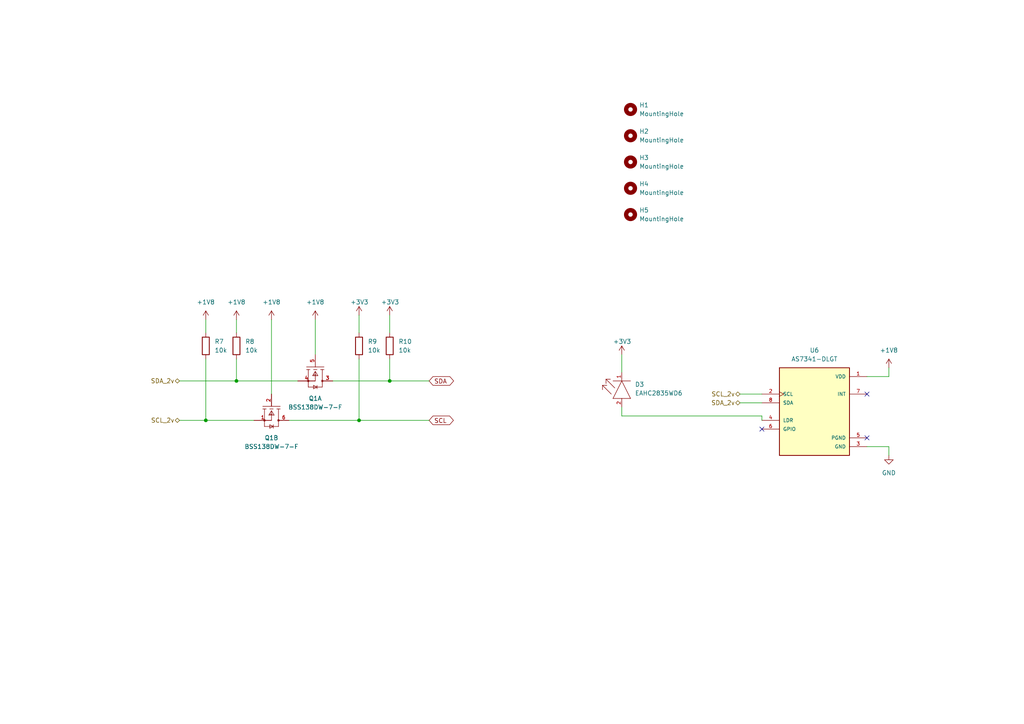
<source format=kicad_sch>
(kicad_sch (version 20211123) (generator eeschema)
  (paper "A4")
  (title_block (title "Development Board") (date "2022-03-15") (rev "ADE-3.1") (company "Plastic Scanner"))
  (lib_symbols
    (symbol "AS7341-DLGT:AS7341-DLGT" (pin_names (offset 1.016))
      (property "Reference" "U" (at -10.16 13.97 0))
      (property "Value" "AS7341-DLGT" (at -10.16 -15.24 0))
      (symbol "AS7341-DLGT_0_0"
        (rectangle (start -10.16 -12.7) (end 10.16 12.7) (stroke (width 0.254)) (fill (type background)))
        (pin power_in line (at 15.24 10.16 180) (length 5.08) (name "VDD") (number "1"))
        (pin input clock (at -15.24 5.08 0) (length 5.08) (name "SCL") (number "2"))
        (pin power_in line (at 15.24 -10.16 180) (length 5.08) (name "GND") (number "3"))
        (pin input line (at -15.24 -2.54 0) (length 5.08) (name "LDR") (number "4"))
        (pin power_in line (at 15.24 -7.62 180) (length 5.08) (name "PGND") (number "5"))
        (pin bidirectional line (at -15.24 -5.08 0) (length 5.08) (name "GPIO") (number "6"))
        (pin output line (at 15.24 5.08 180) (length 5.08) (name "INT") (number "7"))
        (pin bidirectional line (at -15.24 2.54 0) (length 5.08) (name "SDA") (number "8"))
      )
    )
    (symbol "Device:R" (pin_numbers hide) (pin_names (offset 0))
      (property "Reference" "R" (at 2.032 0 90))
      (property "Value" "R" (at 0 0 90))
      (symbol "R_0_1"
        (rectangle (start -1.016 -2.54) (end 1.016 2.54) (stroke (width 0.254)))
      )
      (symbol "R_1_1"
        (pin passive line (at 0 3.81 270) (length 1.27) (name "~") (number "1"))
        (pin passive line (at 0 -3.81 90) (length 1.27) (name "~") (number "2"))
      )
    )
    (symbol "Diodes_Inc._-_BSS138DW-7-F:BSS138DW-7-F" (pin_names (offset 1.016))
      (property "Reference" "Q" (at 0 7.62 0))
      (property "Value" "BSS138DW-7-F" (at 0 10.16 0))
      (symbol "BSS138DW-7-F_1_1"
        (polyline (pts (xy 6.096 -2.54) (xy 6.096 2.54)))
        (polyline (pts (xy 6.858 -2.032) (xy 10.16 -2.032)))
        (polyline (pts (xy 6.858 -1.524) (xy 6.858 -2.54)))
        (polyline (pts (xy 6.858 0.508) (xy 6.858 -0.508)))
        (polyline (pts (xy 6.858 1.524) (xy 6.858 2.54)))
        (polyline (pts (xy 6.858 2.032) (xy 10.16 2.032)))
        (polyline (pts (xy 7.366 0) (xy 8.636 -0.762)))
        (polyline (pts (xy 7.366 0) (xy 8.636 0.762)))
        (polyline (pts (xy 7.62 0) (xy 10.16 0)))
        (polyline (pts (xy 8.382 0.254) (xy 8.382 -0.508)))
        (polyline (pts (xy 8.636 0.762) (xy 8.636 -0.762)))
        (polyline (pts (xy 10.16 -2.032) (xy 11.938 -2.032)))
        (polyline (pts (xy 11.43 -0.508) (xy 12.446 -0.508)))
        (polyline (pts (xy 11.938 -2.032) (xy 11.938 2.032)))
        (polyline (pts (xy 11.938 0.508) (xy 11.43 -0.508)))
        (polyline (pts (xy 11.938 0.508) (xy 11.43 0.508)))
        (polyline (pts (xy 11.938 0.508) (xy 12.446 0.508)))
        (polyline (pts (xy 11.938 2.032) (xy 10.16 2.032)))
        (polyline (pts (xy 12.446 -0.508) (xy 11.938 0.508)))
        (circle (center 10.16 -2.032) (radius 0.254))
        (circle (center 10.16 2.032) (radius 0.254))
        (pin passive line (at 10.16 5.08 270) (length 3.048) (name "D1") (number "3"))
        (pin passive line (at 10.16 -5.08 90) (length 5.08) (name "S1") (number "4"))
        (pin passive line (at 2.54 0 0) (length 3.556) (name "G1") (number "5"))
      )
      (symbol "BSS138DW-7-F_2_1"
        (polyline (pts (xy 6.096 -2.54) (xy 6.096 2.54)))
        (polyline (pts (xy 6.858 -2.032) (xy 10.16 -2.032)))
        (polyline (pts (xy 6.858 -1.524) (xy 6.858 -2.54)))
        (polyline (pts (xy 6.858 0.508) (xy 6.858 -0.508)))
        (polyline (pts (xy 6.858 1.524) (xy 6.858 2.54)))
        (polyline (pts (xy 6.858 2.032) (xy 10.16 2.032)))
        (polyline (pts (xy 7.366 0) (xy 8.636 -0.762)))
        (polyline (pts (xy 7.366 0) (xy 8.636 0.762)))
        (polyline (pts (xy 7.62 0) (xy 10.16 0)))
        (polyline (pts (xy 8.382 0.254) (xy 8.382 -0.508)))
        (polyline (pts (xy 8.636 0.762) (xy 8.636 -0.762)))
        (polyline (pts (xy 10.16 -2.032) (xy 11.938 -2.032)))
        (polyline (pts (xy 11.43 -0.508) (xy 12.446 -0.508)))
        (polyline (pts (xy 11.938 -2.032) (xy 11.938 2.032)))
        (polyline (pts (xy 11.938 0.508) (xy 11.43 -0.508)))
        (polyline (pts (xy 11.938 0.508) (xy 11.43 0.508)))
        (polyline (pts (xy 11.938 0.508) (xy 12.446 0.508)))
        (polyline (pts (xy 11.938 2.032) (xy 10.16 2.032)))
        (polyline (pts (xy 12.446 -0.508) (xy 11.938 0.508)))
        (circle (center 10.16 -2.032) (radius 0.254))
        (circle (center 10.16 2.032) (radius 0.254))
        (pin passive line (at 10.16 -5.08 90) (length 5.08) (name "S2") (number "1"))
        (pin passive line (at 2.54 0 0) (length 3.556) (name "G2") (number "2"))
        (pin passive line (at 10.16 5.08 270) (length 3.048) (name "D2") (number "6"))
      )
    )
    (symbol "Everlight-EAHC2835WD6:EAHC2835WD6" (pin_names (offset 1.016))
      (property "Reference" "D" (at 0 10.16 0))
      (property "Value" "EAHC2835WD6" (at 0 12.7 0))
      (symbol "EAHC2835WD6_1_1"
        (polyline (pts (xy 5.08 -2.54) (xy 10.16 0)))
        (polyline (pts (xy 5.08 2.54) (xy 5.08 -2.54)))
        (polyline (pts (xy 5.08 2.54) (xy 10.16 0)))
        (polyline (pts (xy 6.35 3.048) (xy 8.89 5.588)))
        (polyline (pts (xy 8.128 2.032) (xy 10.668 4.572)))
        (polyline (pts (xy 8.89 5.588) (xy 7.62 5.588)))
        (polyline (pts (xy 8.89 5.588) (xy 8.89 4.318)))
        (polyline (pts (xy 10.16 2.54) (xy 10.16 -2.54)))
        (polyline (pts (xy 10.668 4.572) (xy 9.398 4.572)))
        (polyline (pts (xy 10.668 4.572) (xy 10.668 3.302)))
        (pin passive line (at 12.7 0 180) (length 2.54) (name "CATHODE") (number "1"))
        (pin passive line (at 2.54 0 0) (length 2.54) (name "ANODE") (number "2"))
      )
    )
    (symbol "Mechanical:MountingHole" (pin_names (offset 1.016))
      (property "Reference" "H" (at 0 5.08 0))
      (property "Value" "MountingHole" (at 0 3.175 0))
      (symbol "MountingHole_0_1"
        (circle (center 0 0) (radius 1.27) (stroke (width 1.27)))
      )
    )
    (symbol "power:+1V8" (power) (pin_numbers hide) (pin_names (offset 0) hide)
      (property "Value" "+1V8" (at 0 3.556 0))
      (symbol "+1V8_0_1"
        (polyline (pts (xy -0.762 1.27) (xy 0 2.54)))
        (polyline (pts (xy 0 0) (xy 0 2.54)))
        (polyline (pts (xy 0 2.54) (xy 0.762 1.27)))
      )
      (symbol "+1V8_1_1"
        (pin power_in line (at 0 0 90) (length 0) hide (name "+1V8") (number "1"))
      )
    )
    (symbol "power:+3.3V" (power) (pin_numbers hide) (pin_names (offset 0) hide)
      (property "Value" "+3.3V" (at 0 3.556 0))
      (symbol "+3.3V_0_1"
        (polyline (pts (xy -0.762 1.27) (xy 0 2.54)))
        (polyline (pts (xy 0 0) (xy 0 2.54)))
        (polyline (pts (xy 0 2.54) (xy 0.762 1.27)))
      )
      (symbol "+3.3V_1_1"
        (pin power_in line (at 0 0 90) (length 0) hide (name "+3V3") (number "1"))
      )
    )
    (symbol "power:GND" (power) (pin_numbers hide) (pin_names (offset 0) hide)
      (property "Value" "GND" (at 0 -3.81 0))
      (symbol "GND_0_1"
        (polyline (pts (xy 0 0) (xy 0 -1.27) (xy 1.27 -1.27) (xy 0 -2.54) (xy -1.27 -1.27) (xy 0 -1.27)))
      )
      (symbol "GND_1_1"
        (pin power_in line (at 0 0 270) (length 0) hide (name "GND") (number "1"))
      )
    )
  )
  (bus_alias "I2C" (members "SDA" "SCL"))
  (junction (at 113.03 110.49))
  (junction (at 59.69 121.92))
  (junction (at 104.14 121.92))
  (junction (at 68.58 110.49))
  (no_connect (at 251.46 114.3))
  (no_connect (at 220.98 124.46))
  (no_connect (at 251.46 127))
  (wire (pts (xy 220.98 120.65) (xy 220.98 121.92)))
  (wire (pts (xy 214.63 114.3) (xy 220.98 114.3)))
  (wire (pts (xy 257.81 106.68) (xy 257.81 109.22)))
  (wire (pts (xy 180.34 102.87) (xy 180.34 107.95)))
  (wire (pts (xy 59.69 92.71) (xy 59.69 96.52)))
  (wire (pts (xy 251.46 129.54) (xy 257.81 129.54)))
  (wire (pts (xy 113.03 104.14) (xy 113.03 110.49)))
  (wire (pts (xy 83.82 121.92) (xy 104.14 121.92)))
  (wire (pts (xy 257.81 109.22) (xy 251.46 109.22)))
  (wire (pts (xy 113.03 110.49) (xy 124.46 110.49)))
  (wire (pts (xy 96.52 110.49) (xy 113.03 110.49)))
  (wire (pts (xy 59.69 104.14) (xy 59.69 121.92)))
  (wire (pts (xy 68.58 92.71) (xy 68.58 96.52)))
  (wire (pts (xy 104.14 91.44) (xy 104.14 96.52)))
  (wire (pts (xy 214.63 116.84) (xy 220.98 116.84)))
  (wire (pts (xy 68.58 110.49) (xy 86.36 110.49)))
  (wire (pts (xy 104.14 121.92) (xy 124.46 121.92)))
  (wire (pts (xy 180.34 120.65) (xy 220.98 120.65)))
  (wire (pts (xy 91.44 92.71) (xy 91.44 102.87)))
  (wire (pts (xy 257.81 129.54) (xy 257.81 132.08)))
  (wire (pts (xy 52.07 110.49) (xy 68.58 110.49)))
  (wire (pts (xy 104.14 104.14) (xy 104.14 121.92)))
  (wire (pts (xy 68.58 104.14) (xy 68.58 110.49)))
  (wire (pts (xy 180.34 118.11) (xy 180.34 120.65)))
  (wire (pts (xy 78.74 92.71) (xy 78.74 114.3)))
  (wire (pts (xy 52.07 121.92) (xy 59.69 121.92)))
  (wire (pts (xy 113.03 91.44) (xy 113.03 96.52)))
  (wire (pts (xy 59.69 121.92) (xy 73.66 121.92)))
  (global_label "SDA" (shape bidirectional) (at 124.46 110.49 0) (property "Intersheet References" "${INTERSHEET_REFS}" (effects hide)))
  (global_label "SCL" (shape bidirectional) (at 124.46 121.92 0) (property "Intersheet References" "${INTERSHEET_REFS}" (effects hide)))
  (hierarchical_label "SCL_2v" (shape bidirectional) (at 52.07 121.92 180))
  (hierarchical_label "SDA_2v" (shape bidirectional) (at 52.07 110.49 180))
  (hierarchical_label "SDA_2v" (shape bidirectional) (at 214.63 116.84 180))
  (hierarchical_label "SCL_2v" (shape bidirectional) (at 214.63 114.3 180))
  (symbol (lib_id "Device:R") (at 68.58 100.33 0) (unit 1)
    (property "Reference" "R8" (at 71.12 99.0599 0) (effects (justify left)))
    (property "Value" "10k" (at 71.12 101.5999 0) (effects (justify left)))
    (property "Footprint" "Resistor_SMD:R_0603_1608Metric_Pad0.98x0.95mm_HandSolder" (effects hide))
  )
  (symbol (lib_id "power:+3.3V") (at 113.03 91.44 0) (unit 1)
    (property "Reference" "#PWR0108" (effects hide))
    (property "Value" "+3.3V" (at 110.49 87.63 0) (effects (justify left)))
  )
  (symbol (lib_id "Mechanical:MountingHole") (at 182.88 39.37 0) (unit 1)
    (property "Reference" "H2" (at 185.42 38.0999 0) (effects (justify left)))
    (property "Value" "MountingHole" (at 185.42 40.6399 0) (effects (justify left)))
    (property "Footprint" "MountingHole:MountingHole_2.2mm_M2_ISO7380_Pad" (effects hide))
  )
  (symbol (lib_id "Everlight-EAHC2835WD6:EAHC2835WD6") (at 180.34 120.65 90) (unit 1)
    (property "Reference" "D3" (at 184.15 111.5059 90) (effects (justify right)))
    (property "Value" "EAHC2835WD6" (at 184.15 114.0459 90) (effects (justify right)))
    (property "Footprint" "Everlight-EAHC2835WD6:Everlight-EAHC2835WD6-MFG" (effects hide))
    (property "Datasheet" "https://everlightamericas.com/index.php?controller=attachment&id_attachment=2355" (effects hide))
    (property "automotive" "No" (effects hide))
    (property "category" "Diode" (effects hide))
    (property "colour" "White" (effects hide))
    (property "device class L1" "Optoelectronics" (effects hide))
    (property "device class L2" "LEDs" (effects hide))
    (property "device class L3" "unset" (effects hide))
    (property "digikey description" "LED COOL WHITE 6500K 2SMD" (effects hide))
    (property "digikey part number" "1080-1461-1-ND" (effects hide))
    (property "forward current" "150mA" (effects hide))
    (property "forward voltage" "3.4V" (effects hide))
    (property "height" "0.85mm" (effects hide))
    (property "lead free" "Yes" (effects hide))
    (property "led orientation" "Top View" (effects hide))
    (property "library id" "70d3c750636d3268" (effects hide))
    (property "manufacturer" "Everlight" (effects hide))
    (property "max junction temp" "+115°C" (effects hide))
    (property "mouser description" "White High Power Lighting LED" (effects hide))
    (property "mouser part number" "638-EAHC2835WD6" (effects hide))
    (property "package" "PLCC2" (effects hide))
    (property "power dissipation" "630mW" (effects hide))
    (property "reverse voltage" "5V" (effects hide))
    (property "rohs" "Yes" (effects hide))
    (property "temperature range high" "+85°C" (effects hide))
    (property "temperature range low" "-40°C" (effects hide))
    (property "viewing angle" "120°" (effects hide))
  )
  (symbol (lib_id "Mechanical:MountingHole") (at 182.88 62.23 0) (unit 1)
    (property "Reference" "H5" (at 185.42 60.9599 0) (effects (justify left)))
    (property "Value" "MountingHole" (at 185.42 63.4999 0) (effects (justify left)))
    (property "Footprint" "MountingHole:MountingHole_2.2mm_M2_ISO7380_Pad" (effects hide))
  )
  (symbol (lib_id "Device:R") (at 104.14 100.33 0) (unit 1)
    (property "Reference" "R9" (at 106.68 99.0599 0) (effects (justify left)))
    (property "Value" "10k" (at 106.68 101.5999 0) (effects (justify left)))
    (property "Footprint" "Resistor_SMD:R_0603_1608Metric_Pad0.98x0.95mm_HandSolder" (effects hide))
  )
  (symbol (lib_id "power:+3.3V") (at 180.34 102.87 0) (unit 1)
    (property "Reference" "#PWR0115" (effects hide))
    (property "Value" "+3.3V" (at 177.8 99.06 0) (effects (justify left)))
  )
  (symbol (lib_id "power:+3.3V") (at 104.14 91.44 0) (unit 1)
    (property "Reference" "#PWR0112" (effects hide))
    (property "Value" "+3.3V" (at 101.6 87.63 0) (effects (justify left)))
  )
  (symbol (lib_id "power:+1V8") (at 59.69 92.71 0) (unit 1)
    (property "Reference" "#PWR0109" (effects hide))
    (property "Value" "+1V8" (at 59.69 87.63 0))
  )
  (symbol (lib_id "Mechanical:MountingHole") (at 182.88 46.99 0) (unit 1)
    (property "Reference" "H3" (at 185.42 45.7199 0) (effects (justify left)))
    (property "Value" "MountingHole" (at 185.42 48.2599 0) (effects (justify left)))
    (property "Footprint" "MountingHole:MountingHole_2.2mm_M2_ISO7380_Pad" (effects hide))
  )
  (symbol (lib_id "Diodes_Inc._-_BSS138DW-7-F:BSS138DW-7-F") (at 91.44 100.33 270) (unit 1)
    (property "Reference" "Q1" (at 91.44 115.57 90))
    (property "Value" "BSS138DW-7-F" (at 91.44 118.11 90))
    (property "Footprint" "BSS138DW-7-F-A:Diodes_Inc._-_BSS138DW-7-F-A" (effects hide))
    (property "Datasheet" "https://www.diodes.com/assets/Datasheets/ds30203.pdf" (effects hide))
    (property "automotive" "No" (effects hide))
    (property "category" "Trans" (effects hide))
    (property "continuous drain current" "200mA" (effects hide))
    (property "depletion mode" "False" (effects hide))
    (property "device class L1" "Discrete Semiconductors" (effects hide))
    (property "device class L2" "Transistors" (effects hide))
    (property "device class L3" "MOSFETs" (effects hide))
    (property "digikey description" "MOSFET 2N-CH 50V 0.2A SC70-6" (effects hide))
    (property "digikey part number" "BSS138DW-FDICT-ND" (effects hide))
    (property "drain to source breakdown voltage" "75V" (effects hide))
    (property "drain to source resistance" "1.4Ω" (effects hide))
    (property "drain to source voltage" "50V" (effects hide))
    (property "footprint url" "https://www.diodes.com/assets/Package-Files/SOT363.pdf" (effects hide))
    (property "gate to source voltage" "20V" (effects hide))
    (property "height" "1.1mm" (effects hide))
    (property "input capacitace at vds" "50pF @ 10V" (effects hide))
    (property "lead free" "Yes" (effects hide))
    (property "library id" "315a08f55ef6fa24" (effects hide))
    (property "manufacturer" "Diodes Inc." (effects hide))
    (property "max junction temp" "+150°C" (effects hide))
    (property "mouser description" "MOSFET 50V 200mW" (effects hide))
    (property "mouser part number" "621-BSS138DW-F" (effects hide))
    (property "number of N channels" "2" (effects hide))
    (property "number of channels" "2" (effects hide))
    (property "package" "SOT363" (effects hide))
    (property "power dissipation" "200mW" (effects hide))
    (property "rohs" "Yes" (effects hide))
    (property "rthja max" "625°C/W" (effects hide))
    (property "standoff height" "0mm" (effects hide))
    (property "temperature range high" "+150°C" (effects hide))
    (property "temperature range low" "-55°C" (effects hide))
    (property "threshold vgs max" "1.5V" (effects hide))
    (property "threshold vgs min" "0.5V" (effects hide))
    (property "turn off delay time" "20ns" (effects hide))
    (property "turn on delay time" "20ns" (effects hide))
  )
  (symbol (lib_id "power:GND") (at 257.81 132.08 0) (unit 1)
    (property "Reference" "#PWR0113" (effects hide))
    (property "Value" "GND" (at 257.81 137.16 0))
  )
  (symbol (lib_id "power:+1V8") (at 78.74 92.71 0) (unit 1)
    (property "Reference" "#PWR0111" (effects hide))
    (property "Value" "+1V8" (at 78.74 87.63 0))
  )
  (symbol (lib_id "power:+1V8") (at 91.44 92.71 0) (unit 1)
    (property "Reference" "#PWR0107" (effects hide))
    (property "Value" "+1V8" (at 91.44 87.63 0))
  )
  (symbol (lib_id "Device:R") (at 113.03 100.33 0) (unit 1)
    (property "Reference" "R10" (at 115.57 99.0599 0) (effects (justify left)))
    (property "Value" "10k" (at 115.57 101.5999 0) (effects (justify left)))
    (property "Footprint" "Resistor_SMD:R_0603_1608Metric_Pad0.98x0.95mm_HandSolder" (effects hide))
  )
  (symbol (lib_id "Device:R") (at 59.69 100.33 0) (unit 1)
    (property "Reference" "R7" (at 62.23 99.0599 0) (effects (justify left)))
    (property "Value" "10k" (at 62.23 101.5999 0) (effects (justify left)))
    (property "Footprint" "Resistor_SMD:R_0603_1608Metric_Pad0.98x0.95mm_HandSolder" (effects hide))
  )
  (symbol (lib_id "Mechanical:MountingHole") (at 182.88 54.61 0) (unit 1)
    (property "Reference" "H4" (at 185.42 53.3399 0) (effects (justify left)))
    (property "Value" "MountingHole" (at 185.42 55.8799 0) (effects (justify left)))
    (property "Footprint" "MountingHole:MountingHole_2.2mm_M2_ISO7380_Pad" (effects hide))
  )
  (symbol (lib_id "AS7341-DLGT:AS7341-DLGT") (at 236.22 119.38 0) (unit 1)
    (property "Reference" "U6" (at 236.22 101.6 0))
    (property "Value" "AS7341-DLGT" (at 236.22 104.14 0))
    (property "Footprint" "AS7341-DLGT:PSON80P310X200X110-8N" (effects hide))
    (property "MAXIMUM_PACKAGE_HEIGHT" "1.1 mm" (effects hide))
    (property "STANDARD" "IPC7351B" (effects hide))
    (property "MANUFACTURER" "AMS" (effects hide))
    (property "PARTREV" "V3" (effects hide))
  )
  (symbol (lib_id "Mechanical:MountingHole") (at 182.88 31.75 0) (unit 1)
    (property "Reference" "H1" (at 185.42 30.4799 0) (effects (justify left)))
    (property "Value" "MountingHole" (at 185.42 33.0199 0) (effects (justify left)))
    (property "Footprint" "MountingHole:MountingHole_2.2mm_M2_ISO7380_Pad" (effects hide))
  )
  (symbol (lib_id "power:+1V8") (at 257.81 106.68 0) (unit 1)
    (property "Reference" "#PWR0114" (effects hide))
    (property "Value" "+1V8" (at 257.81 101.6 0))
  )
  (symbol (lib_id "power:+1V8") (at 68.58 92.71 0) (unit 1)
    (property "Reference" "#PWR0110" (effects hide))
    (property "Value" "+1V8" (at 68.58 87.63 0))
  )
  (symbol (lib_id "Diodes_Inc._-_BSS138DW-7-F:BSS138DW-7-F") (at 78.74 111.76 270) (unit 2)
    (property "Reference" "Q1" (at 78.74 127 90))
    (property "Value" "BSS138DW-7-F" (at 78.74 129.54 90))
    (property "Footprint" "BSS138DW-7-F-A:Diodes_Inc._-_BSS138DW-7-F-A" (effects hide))
    (property "Datasheet" "https://www.diodes.com/assets/Datasheets/ds30203.pdf" (effects hide))
    (property "automotive" "No" (effects hide))
    (property "category" "Trans" (effects hide))
    (property "continuous drain current" "200mA" (effects hide))
    (property "depletion mode" "False" (effects hide))
    (property "device class L1" "Discrete Semiconductors" (effects hide))
    (property "device class L2" "Transistors" (effects hide))
    (property "device class L3" "MOSFETs" (effects hide))
    (property "digikey description" "MOSFET 2N-CH 50V 0.2A SC70-6" (effects hide))
    (property "digikey part number" "BSS138DW-FDICT-ND" (effects hide))
    (property "drain to source breakdown voltage" "75V" (effects hide))
    (property "drain to source resistance" "1.4Ω" (effects hide))
    (property "drain to source voltage" "50V" (effects hide))
    (property "footprint url" "https://www.diodes.com/assets/Package-Files/SOT363.pdf" (effects hide))
    (property "gate to source voltage" "20V" (effects hide))
    (property "height" "1.1mm" (effects hide))
    (property "input capacitace at vds" "50pF @ 10V" (effects hide))
    (property "lead free" "Yes" (effects hide))
    (property "library id" "315a08f55ef6fa24" (effects hide))
    (property "manufacturer" "Diodes Inc." (effects hide))
    (property "max junction temp" "+150°C" (effects hide))
    (property "mouser description" "MOSFET 50V 200mW" (effects hide))
    (property "mouser part number" "621-BSS138DW-F" (effects hide))
    (property "number of N channels" "2" (effects hide))
    (property "number of channels" "2" (effects hide))
    (property "package" "SOT363" (effects hide))
    (property "power dissipation" "200mW" (effects hide))
    (property "rohs" "Yes" (effects hide))
    (property "rthja max" "625°C/W" (effects hide))
    (property "standoff height" "0mm" (effects hide))
    (property "temperature range high" "+150°C" (effects hide))
    (property "temperature range low" "-55°C" (effects hide))
    (property "threshold vgs max" "1.5V" (effects hide))
    (property "threshold vgs min" "0.5V" (effects hide))
    (property "turn off delay time" "20ns" (effects hide))
    (property "turn on delay time" "20ns" (effects hide))
  )
)
</source>
